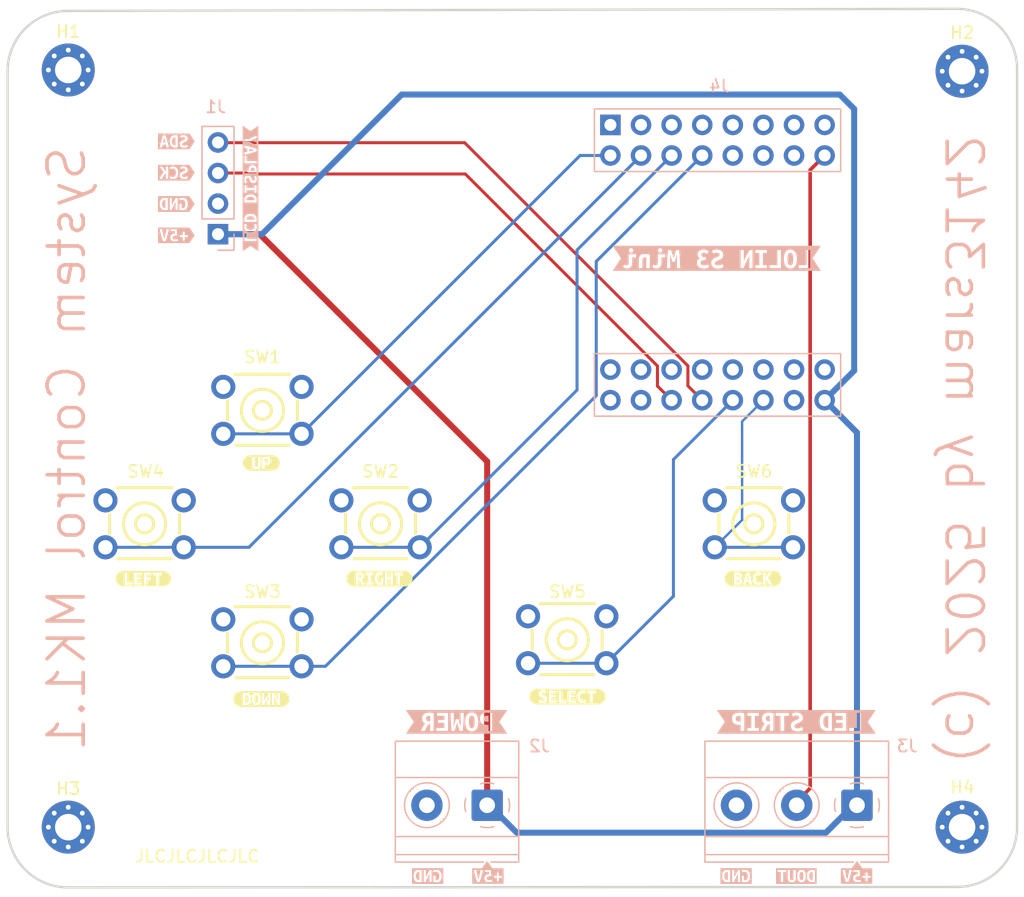
<source format=kicad_pcb>
(kicad_pcb (version 20241229) (generator "pcbnew") (generator_version "9.0")
  (title_block (title "System Control") (date "31.12.2025") (rev "MK1.2") (company "mars3142") (comment 3 "System Control Board for model railway") (comment 4 "Author: Peter Siegmund"))
  (layers (0 "F.Cu" signal) (2 "B.Cu" signal) (13 "F.Paste" user) (15 "B.Paste" user) (5 "F.SilkS" user "F.Silkscreen") (7 "B.SilkS" user "B.Silkscreen") (1 "F.Mask" user) (3 "B.Mask" user) (25 "Edge.Cuts" user))
  (net 0 "")
  (net 1 "SCK")
  (net 2 "+5V")
  (net 3 "GND")
  (net 4 "SDA")
  (net 5 "DOUT")
  (net 17 "UP")
  (net 18 "RIGHT")
  (net 19 "DOWN")
  (net 20 "LEFT")
  (net 21 "SELECT")
  (net 22 "BACK")
  (net 31 "unconnected-(J4-IO7-Pad13)")
  (footprint "kibuzzard-67898229" (layer "F.Cu") (at 92.41945 70.05115)
    (property "Reference" "kibuzzard-67898229" (hide yes))
    (property "Value" "G***" (hide yes))
  )
  (footprint "MountingHole:MountingHole_2.2mm_M2_Pad_Via" (layer "F.Cu") (at 66.5939 90.6919)
    (property "Reference" "H3" (at 0 -3.2 0) (layer "F.SilkS"))
    (property "Value" "MH3")
    (pad "1" thru_hole circle (at -1.65 0) (size 0.7 0.7) (drill 0.4) (layers "*.Cu" "*.Mask") (net 3 "GND"))
    (pad "1" thru_hole circle (at -1.166726 -1.166726) (size 0.7 0.7) (drill 0.4) (layers "*.Cu" "*.Mask") (net 3 "GND"))
    (pad "1" thru_hole circle (at -1.166726 1.166726) (size 0.7 0.7) (drill 0.4) (layers "*.Cu" "*.Mask") (net 3 "GND"))
    (pad "1" thru_hole circle (at 0 -1.65) (size 0.7 0.7) (drill 0.4) (layers "*.Cu" "*.Mask") (net 3 "GND"))
    (pad "1" thru_hole circle (at 0 0) (size 4.4 4.4) (drill 2.2) (layers "*.Cu" "*.Mask") (net 3 "GND"))
    (pad "1" thru_hole circle (at 0 1.65) (size 0.7 0.7) (drill 0.4) (layers "*.Cu" "*.Mask") (net 3 "GND"))
    (pad "1" thru_hole circle (at 1.166726 -1.166726) (size 0.7 0.7) (drill 0.4) (layers "*.Cu" "*.Mask") (net 3 "GND"))
    (pad "1" thru_hole circle (at 1.166726 1.166726) (size 0.7 0.7) (drill 0.4) (layers "*.Cu" "*.Mask") (net 3 "GND"))
    (pad "1" thru_hole circle (at 1.65 0) (size 0.7 0.7) (drill 0.4) (layers "*.Cu" "*.Mask") (net 3 "GND"))
  )
  (footprint "easyeda2kicad:KEY-TH_4P-L6.0-W6.0-P3.90-LS7.8" (layer "F.Cu") (at 82.7072 56.0799)
    (property "Reference" "SW1" (at 0 -4.4288 0) (layer "F.SilkS"))
    (property "Value" "UP")
    (pad "1" thru_hole circle (at -3.25 1.95) (size 2 2) (drill 1.199896) (layers "*.Cu" "*.Mask") (net 17 "UP"))
    (pad "2" thru_hole circle (at 3.25 1.95) (size 2 2) (drill 1.199896) (layers "*.Cu" "*.Mask") (net 17 "UP"))
    (pad "3" thru_hole circle (at 3.25 -1.95) (size 2 2) (drill 1.199896) (layers "*.Cu" "*.Mask") (net 3 "GND"))
    (pad "4" thru_hole circle (at -3.25 -1.95) (size 2 2) (drill 1.199896) (layers "*.Cu" "*.Mask") (net 3 "GND"))
  )
  (footprint "kibuzzard-67898208" (layer "F.Cu") (at 82.61945 60.45115)
    (property "Reference" "kibuzzard-67898208" (hide yes))
    (property "Value" "G***" (hide yes))
  )
  (footprint "kibuzzard-678981FB" (layer "F.Cu") (at 123.41945 70.05115)
    (property "Reference" "kibuzzard-678981FB" (hide yes))
    (property "Value" "G***" (hide yes))
  )
  (footprint "easyeda2kicad:KEY-TH_4P-L6.0-W6.0-P3.90-LS7.8" (layer "F.Cu") (at 72.9272 65.5019)
    (property "Reference" "SW4" (at 0.0923 -4.3508 0) (layer "F.SilkS"))
    (property "Value" "LEFT")
    (pad "1" thru_hole circle (at -3.25 1.95) (size 2 2) (drill 1.199896) (layers "*.Cu" "*.Mask") (net 20 "LEFT"))
    (pad "2" thru_hole circle (at 3.25 1.95) (size 2 2) (drill 1.199896) (layers "*.Cu" "*.Mask") (net 20 "LEFT"))
    (pad "3" thru_hole circle (at 3.25 -1.95) (size 2 2) (drill 1.199896) (layers "*.Cu" "*.Mask") (net 3 "GND"))
    (pad "4" thru_hole circle (at -3.25 -1.95) (size 2 2) (drill 1.199896) (layers "*.Cu" "*.Mask") (net 3 "GND"))
  )
  (footprint "MountingHole:MountingHole_2.2mm_M2_Pad_Via" (layer "F.Cu") (at 66.5939 27.8139)
    (property "Reference" "H1" (at 0 -3.2 0) (layer "F.SilkS"))
    (property "Value" "MH1")
    (pad "1" thru_hole circle (at -1.65 0) (size 0.7 0.7) (drill 0.4) (layers "*.Cu" "*.Mask") (net 3 "GND"))
    (pad "1" thru_hole circle (at -1.166726 -1.166726) (size 0.7 0.7) (drill 0.4) (layers "*.Cu" "*.Mask") (net 3 "GND"))
    (pad "1" thru_hole circle (at -1.166726 1.166726) (size 0.7 0.7) (drill 0.4) (layers "*.Cu" "*.Mask") (net 3 "GND"))
    (pad "1" thru_hole circle (at 0 -1.65) (size 0.7 0.7) (drill 0.4) (layers "*.Cu" "*.Mask") (net 3 "GND"))
    (pad "1" thru_hole circle (at 0 0) (size 4.4 4.4) (drill 2.2) (layers "*.Cu" "*.Mask") (net 3 "GND"))
    (pad "1" thru_hole circle (at 0 1.65) (size 0.7 0.7) (drill 0.4) (layers "*.Cu" "*.Mask") (net 3 "GND"))
    (pad "1" thru_hole circle (at 1.166726 -1.166726) (size 0.7 0.7) (drill 0.4) (layers "*.Cu" "*.Mask") (net 3 "GND"))
    (pad "1" thru_hole circle (at 1.166726 1.166726) (size 0.7 0.7) (drill 0.4) (layers "*.Cu" "*.Mask") (net 3 "GND"))
    (pad "1" thru_hole circle (at 1.65 0) (size 0.7 0.7) (drill 0.4) (layers "*.Cu" "*.Mask") (net 3 "GND"))
  )
  (footprint "easyeda2kicad:KEY-TH_4P-L6.0-W6.0-P3.90-LS7.8" (layer "F.Cu") (at 92.5092 65.5019)
    (property "Reference" "SW2" (at 0 -4.3508 0) (layer "F.SilkS"))
    (property "Value" "RIGHT")
    (pad "1" thru_hole circle (at -3.25 1.95) (size 2 2) (drill 1.199896) (layers "*.Cu" "*.Mask") (net 18 "RIGHT"))
    (pad "2" thru_hole circle (at 3.25 1.95) (size 2 2) (drill 1.199896) (layers "*.Cu" "*.Mask") (net 18 "RIGHT"))
    (pad "3" thru_hole circle (at 3.25 -1.95) (size 2 2) (drill 1.199896) (layers "*.Cu" "*.Mask") (net 3 "GND"))
    (pad "4" thru_hole circle (at -3.25 -1.95) (size 2 2) (drill 1.199896) (layers "*.Cu" "*.Mask") (net 3 "GND"))
  )
  (footprint "kibuzzard-678981DB" (layer "F.Cu") (at 108.01945 79.85115)
    (property "Reference" "kibuzzard-678981DB" (hide yes))
    (property "Value" "G***" (hide yes))
  )
  (footprint "easyeda2kicad:KEY-TH_4P-L6.0-W6.0-P3.90-LS7.8" (layer "F.Cu") (at 82.7072 75.3839)
    (property "Reference" "SW3" (at 0 -4.2328 0) (layer "F.SilkS"))
    (property "Value" "DOWN")
    (pad "1" thru_hole circle (at -3.25 1.95) (size 2 2) (drill 1.199896) (layers "*.Cu" "*.Mask") (net 19 "DOWN"))
    (pad "2" thru_hole circle (at 3.25 1.95) (size 2 2) (drill 1.199896) (layers "*.Cu" "*.Mask") (net 19 "DOWN"))
    (pad "3" thru_hole circle (at 3.25 -1.95) (size 2 2) (drill 1.199896) (layers "*.Cu" "*.Mask") (net 3 "GND"))
    (pad "4" thru_hole circle (at -3.25 -1.95) (size 2 2) (drill 1.199896) (layers "*.Cu" "*.Mask") (net 3 "GND"))
  )
  (footprint "easyeda2kicad:KEY-TH_4P-L6.0-W6.0-P3.90-LS7.8" (layer "F.Cu") (at 123.4972 65.5019)
    (property "Reference" "SW6" (at 0 -4.3508 0) (layer "F.SilkS"))
    (property "Value" "BACK")
    (pad "1" thru_hole circle (at -3.25 1.95) (size 2 2) (drill 1.199896) (layers "*.Cu" "*.Mask") (net 22 "BACK"))
    (pad "2" thru_hole circle (at 3.25 1.95) (size 2 2) (drill 1.199896) (layers "*.Cu" "*.Mask") (net 22 "BACK"))
    (pad "3" thru_hole circle (at 3.25 -1.95) (size 2 2) (drill 1.199896) (layers "*.Cu" "*.Mask") (net 3 "GND"))
    (pad "4" thru_hole circle (at -3.25 -1.95) (size 2 2) (drill 1.199896) (layers "*.Cu" "*.Mask") (net 3 "GND"))
  )
  (footprint "kibuzzard-67898221" (layer "F.Cu") (at 72.81945 70.05115)
    (property "Reference" "kibuzzard-67898221" (hide yes))
    (property "Value" "G***" (hide yes))
  )
  (footprint "MountingHole:MountingHole_2.2mm_M2_Pad_Via" (layer "F.Cu") (at 140.7772 27.9172)
    (property "Reference" "H2" (at 0 -3.2 0) (layer "F.SilkS"))
    (property "Value" "MH2")
    (pad "1" thru_hole circle (at -1.65 0) (size 0.7 0.7) (drill 0.4) (layers "*.Cu" "*.Mask") (net 3 "GND"))
    (pad "1" thru_hole circle (at -1.166726 -1.166726) (size 0.7 0.7) (drill 0.4) (layers "*.Cu" "*.Mask") (net 3 "GND"))
    (pad "1" thru_hole circle (at -1.166726 1.166726) (size 0.7 0.7) (drill 0.4) (layers "*.Cu" "*.Mask") (net 3 "GND"))
    (pad "1" thru_hole circle (at 0 -1.65) (size 0.7 0.7) (drill 0.4) (layers "*.Cu" "*.Mask") (net 3 "GND"))
    (pad "1" thru_hole circle (at 0 0) (size 4.4 4.4) (drill 2.2) (layers "*.Cu" "*.Mask") (net 3 "GND"))
    (pad "1" thru_hole circle (at 0 1.65) (size 0.7 0.7) (drill 0.4) (layers "*.Cu" "*.Mask") (net 3 "GND"))
    (pad "1" thru_hole circle (at 1.166726 -1.166726) (size 0.7 0.7) (drill 0.4) (layers "*.Cu" "*.Mask") (net 3 "GND"))
    (pad "1" thru_hole circle (at 1.166726 1.166726) (size 0.7 0.7) (drill 0.4) (layers "*.Cu" "*.Mask") (net 3 "GND"))
    (pad "1" thru_hole circle (at 1.65 0) (size 0.7 0.7) (drill 0.4) (layers "*.Cu" "*.Mask") (net 3 "GND"))
  )
  (footprint "kibuzzard-67898217" (layer "F.Cu") (at 82.61945 80.05115)
    (property "Reference" "kibuzzard-67898217" (hide yes))
    (property "Value" "G***" (hide yes))
  )
  (footprint "MountingHole:MountingHole_2.2mm_M2_Pad_Via" (layer "F.Cu") (at 140.7772 90.6919)
    (property "Reference" "H4" (at 0.0355 -3.3145 0) (layer "F.SilkS"))
    (property "Value" "MH4")
    (pad "1" thru_hole circle (at -1.65 0) (size 0.7 0.7) (drill 0.4) (layers "*.Cu" "*.Mask") (net 3 "GND"))
    (pad "1" thru_hole circle (at -1.166726 -1.166726) (size 0.7 0.7) (drill 0.4) (layers "*.Cu" "*.Mask") (net 3 "GND"))
    (pad "1" thru_hole circle (at -1.166726 1.166726) (size 0.7 0.7) (drill 0.4) (layers "*.Cu" "*.Mask") (net 3 "GND"))
    (pad "1" thru_hole circle (at 0 -1.65) (size 0.7 0.7) (drill 0.4) (layers "*.Cu" "*.Mask") (net 3 "GND"))
    (pad "1" thru_hole circle (at 0 0) (size 4.4 4.4) (drill 2.2) (layers "*.Cu" "*.Mask") (net 3 "GND"))
    (pad "1" thru_hole circle (at 0 1.65) (size 0.7 0.7) (drill 0.4) (layers "*.Cu" "*.Mask") (net 3 "GND"))
    (pad "1" thru_hole circle (at 1.166726 -1.166726) (size 0.7 0.7) (drill 0.4) (layers "*.Cu" "*.Mask") (net 3 "GND"))
    (pad "1" thru_hole circle (at 1.166726 1.166726) (size 0.7 0.7) (drill 0.4) (layers "*.Cu" "*.Mask") (net 3 "GND"))
    (pad "1" thru_hole circle (at 1.65 0) (size 0.7 0.7) (drill 0.4) (layers "*.Cu" "*.Mask") (net 3 "GND"))
  )
  (footprint "easyeda2kicad:KEY-TH_4P-L6.0-W6.0-P3.90-LS7.8" (layer "F.Cu") (at 108.0032 75.1299)
    (property "Reference" "SW5" (at 0.0163 -3.9788 0) (layer "F.SilkS"))
    (property "Value" "SELECT")
    (pad "1" thru_hole circle (at -3.25 1.95) (size 2 2) (drill 1.199896) (layers "*.Cu" "*.Mask") (net 21 "SELECT"))
    (pad "2" thru_hole circle (at 3.25 1.95) (size 2 2) (drill 1.199896) (layers "*.Cu" "*.Mask") (net 21 "SELECT"))
    (pad "3" thru_hole circle (at 3.25 -1.95) (size 2 2) (drill 1.199896) (layers "*.Cu" "*.Mask") (net 3 "GND"))
    (pad "4" thru_hole circle (at -3.25 -1.95) (size 2 2) (drill 1.199896) (layers "*.Cu" "*.Mask") (net 3 "GND"))
  )
  (footprint "TerminalBlock_Phoenix:TerminalBlock_Phoenix_MKDS-1,5-3_1x03_P5.00mm_Horizontal" (layer "B.Cu") (at 132.0532 88.8709 180)
    (property "Reference" "J3" (at -4.16625 4.91975 0) (layer "B.SilkS") (effects (justify mirror)))
    (property "Value" "Output")
    (pad "1" thru_hole roundrect (at 0 0 180) (size 2.6 2.6) (drill 1.3) (layers "*.Cu" "*.Mask") (roundrect_rratio 0.096154) (net 2 "+5V"))
    (pad "2" thru_hole circle (at 5 0 180) (size 2.6 2.6) (drill 1.3) (layers "*.Cu" "*.Mask") (net 5 "DOUT"))
    (pad "3" thru_hole circle (at 10 0 180) (size 2.6 2.6) (drill 1.3) (layers "*.Cu" "*.Mask") (net 3 "GND"))
  )
  (footprint "kibuzzard-678980A4" (layer "B.Cu") (at 101.41945 94.75115 180)
    (property "Reference" "kibuzzard-678980A4" (hide yes))
    (property "Value" "G***" (hide yes))
  )
  (footprint "kibuzzard-67898074" (layer "B.Cu") (at 75.5642 38.9434 180)
    (property "Reference" "kibuzzard-67898074" (hide yes))
    (property "Value" "G***" (hide yes))
  )
  (footprint "kibuzzard-678980E8" (layer "B.Cu") (at 127.01945 94.75115 180)
    (property "Reference" "kibuzzard-678980E8" (hide yes))
    (property "Value" "G***" (hide yes))
  )
  (footprint "wemos:PinSocket_S3 Mini" (layer "B.Cu") (at 120.54345 44.0708 -90)
    (property "Reference" "J4" (at -14.91965 -0.11175 0) (layer "B.SilkS") (effects (justify mirror)))
    (property "Value" "Conn_S3 Mini")
    (pad "1" thru_hole rect (at -11.696 8.954 270) (size 1.7 1.7) (drill oval 1) (layers "*.Cu" "*.Mask"))
    (pad "2" thru_hole oval (at -11.696 6.414 270) (size 1.7 1.7) (drill 1) (layers "*.Cu" "*.Mask"))
    (pad "3" thru_hole oval (at -11.696 3.874 270) (size 1.7 1.7) (drill 1) (layers "*.Cu" "*.Mask"))
    (pad "4" thru_hole oval (at -11.696 1.334 270) (size 1.7 1.7) (drill 1) (layers "*.Cu" "*.Mask"))
    (pad "5" thru_hole oval (at -11.696 -1.206 270) (size 1.7 1.7) (drill 1) (layers "*.Cu" "*.Mask"))
    (pad "6" thru_hole oval (at -11.696 -3.746 270) (size 1.7 1.7) (drill 1) (layers "*.Cu" "*.Mask"))
    (pad "7" thru_hole oval (at -11.696 -6.286 270) (size 1.7 1.7) (drill 1) (layers "*.Cu" "*.Mask"))
    (pad "8" thru_hole oval (at -11.696 -8.826 270) (size 1.7 1.7) (drill 1) (layers "*.Cu" "*.Mask"))
    (pad "9" thru_hole oval (at -9.156 8.954 270) (size 1.7 1.7) (drill 1) (layers "*.Cu" "*.Mask") (net 17 "UP"))
    (pad "10" thru_hole oval (at -9.156 6.414 270) (size 1.7 1.7) (drill 1) (layers "*.Cu" "*.Mask") (net 20 "LEFT"))
    (pad "11" thru_hole oval (at -9.156 3.874 270) (size 1.7 1.7) (drill 1) (layers "*.Cu" "*.Mask") (net 18 "RIGHT"))
    (pad "12" thru_hole oval (at -9.156 1.334 270) (size 1.7 1.7) (drill 1) (layers "*.Cu" "*.Mask") (net 19 "DOWN"))
    (pad "13" thru_hole oval (at -9.156 -1.206 270) (size 1.7 1.7) (drill 1) (layers "*.Cu" "*.Mask") (net 31 "unconnected-(J4-IO7-Pad13)"))
    (pad "14" thru_hole oval (at -9.156 -3.746 270) (size 1.7 1.7) (drill 1) (layers "*.Cu" "*.Mask"))
    (pad "15" thru_hole oval (at -9.156 -6.286 270) (size 1.7 1.7) (drill 1) (layers "*.Cu" "*.Mask"))
    (pad "16" thru_hole oval (at -9.156 -8.826 270) (size 1.7 1.7) (drill 1) (layers "*.Cu" "*.Mask") (net 5 "DOUT"))
    (pad "17" thru_hole oval (at 8.624 8.954 270) (size 1.7 1.7) (drill 1) (layers "*.Cu" "*.Mask"))
    (pad "18" thru_hole oval (at 8.624 6.414 270) (size 1.7 1.7) (drill 1) (layers "*.Cu" "*.Mask"))
    (pad "19" thru_hole oval (at 8.624 3.874 270) (size 1.7 1.7) (drill 1) (layers "*.Cu" "*.Mask"))
    (pad "20" thru_hole oval (at 8.624 1.334 270) (size 1.7 1.7) (drill 1) (layers "*.Cu" "*.Mask"))
    (pad "21" thru_hole oval (at 8.624 -1.206 270) (size 1.7 1.7) (drill 1) (layers "*.Cu" "*.Mask"))
    (pad "22" thru_hole oval (at 8.624 -3.746 270) (size 1.7 1.7) (drill 1) (layers "*.Cu" "*.Mask"))
    (pad "23" thru_hole oval (at 8.624 -6.286 270) (size 1.7 1.7) (drill 1) (layers "*.Cu" "*.Mask") (net 3 "GND"))
    (pad "24" thru_hole oval (at 8.624 -8.826 270) (size 1.7 1.7) (drill 1) (layers "*.Cu" "*.Mask"))
    (pad "25" thru_hole oval (at 11.164 8.954 270) (size 1.7 1.7) (drill 1) (layers "*.Cu" "*.Mask"))
    (pad "26" thru_hole oval (at 11.164 6.414 270) (size 1.7 1.7) (drill 1) (layers "*.Cu" "*.Mask"))
    (pad "27" thru_hole oval (at 11.164 3.874 270) (size 1.7 1.7) (drill 1) (layers "*.Cu" "*.Mask") (net 1 "SCK"))
    (pad "28" thru_hole oval (at 11.164 1.334 270) (size 1.7 1.7) (drill 1) (layers "*.Cu" "*.Mask") (net 4 "SDA"))
    (pad "29" thru_hole oval (at 11.164 -1.206 270) (size 1.7 1.7) (drill 1) (layers "*.Cu" "*.Mask") (net 21 "SELECT"))
    (pad "30" thru_hole oval (at 11.164 -3.746 270) (size 1.7 1.7) (drill 1) (layers "*.Cu" "*.Mask") (net 22 "BACK"))
    (pad "31" thru_hole oval (at 11.164 -6.286 270) (size 1.7 1.7) (drill 1) (layers "*.Cu" "*.Mask") (net 3 "GND"))
    (pad "32" thru_hole oval (at 11.164 -8.826 270) (size 1.7 1.7) (drill 1) (layers "*.Cu" "*.Mask") (net 2 "+5V"))
  )
  (footprint "kibuzzard-67897FC0" (layer "B.Cu") (at 120.41945 43.45115 180)
    (property "Reference" "kibuzzard-67897FC0" (hide yes))
    (property "Value" "G***" (hide yes))
  )
  (footprint "kibuzzard-678A131B" (layer "B.Cu") (at 98.81945 81.95115 180)
    (property "Reference" "kibuzzard-678A131B" (hide yes))
    (property "Value" "G***" (hide yes))
  )
  (footprint "kibuzzard-678A1323" (layer "B.Cu") (at 127.01945 81.95115 180)
    (property "Reference" "kibuzzard-678A1323" (hide yes))
    (property "Value" "G***" (hide yes))
  )
  (footprint "kibuzzard-67898040" (layer "B.Cu") (at 75.5642 33.7434 180)
    (property "Reference" "kibuzzard-67898040" (hide yes))
    (property "Value" "G***" (hide yes))
  )
  (footprint "Connector_PinSocket_2.54mm:PinSocket_1x04_P2.54mm_Vertical" (layer "B.Cu") (at 79.01945 41.45115)
    (property "Reference" "J1" (at -0.2 -10.58 0) (layer "B.SilkS") (effects (justify mirror)))
    (property "Value" "Female Header" (hide yes))
    (pad "1" thru_hole rect (at 0 0) (size 1.7 1.7) (drill 1) (layers "*.Cu" "*.Mask") (net 2 "+5V"))
    (pad "2" thru_hole oval (at 0 -2.54) (size 1.7 1.7) (drill 1) (layers "*.Cu" "*.Mask") (net 3 "GND"))
    (pad "3" thru_hole oval (at 0 -5.08) (size 1.7 1.7) (drill 1) (layers "*.Cu" "*.Mask") (net 1 "SCK"))
    (pad "4" thru_hole oval (at 0 -7.62) (size 1.7 1.7) (drill 1) (layers "*.Cu" "*.Mask") (net 4 "SDA"))
  )
  (footprint "kibuzzard-67898062" (layer "B.Cu") (at 75.5642 36.3434 180)
    (property "Reference" "kibuzzard-67898062" (hide yes))
    (property "Value" "G***" (hide yes))
  )
  (footprint "kibuzzard-67E5658B" (layer "B.Cu") (at 81.71945 37.65115 90)
    (property "Reference" "kibuzzard-67E5658B" (hide yes))
    (property "Value" "G***" (hide yes))
  )
  (footprint "kibuzzard-67898084" (layer "B.Cu") (at 75.5642 41.5434 180)
    (property "Reference" "kibuzzard-67898084" (hide yes))
    (property "Value" "G***" (hide yes))
  )
  (footprint "kibuzzard-678A1332" (layer "B.Cu") (at 96.41945 94.75115 180)
    (property "Reference" "kibuzzard-678A1332" (hide yes))
    (property "Value" "G***" (hide yes))
  )
  (footprint "kibuzzard-67898102" (layer "B.Cu") (at 132.01945 94.75115 180)
    (property "Reference" "kibuzzard-67898102" (hide yes))
    (property "Value" "G***" (hide yes))
  )
  (footprint "TerminalBlock_Phoenix:TerminalBlock_Phoenix_MKDS-1,5-2_1x02_P5.00mm_Horizontal" (layer "B.Cu") (at 101.3592 88.8709 180)
    (property "Reference" "J2" (at -4.33525 4.91975 0) (layer "B.SilkS") (effects (justify mirror)))
    (property "Value" "Input")
    (pad "1" thru_hole roundrect (at 0 0 180) (size 2.6 2.6) (drill 1.3) (layers "*.Cu" "*.Mask") (roundrect_rratio 0.096154) (net 2 "+5V"))
    (pad "2" thru_hole circle (at 5 0 180) (size 2.6 2.6) (drill 1.3) (layers "*.Cu" "*.Mask") (net 3 "GND"))
  )
  (footprint "kibuzzard-678980F4" (layer "B.Cu") (at 122.01945 94.75115 180)
    (property "Reference" "kibuzzard-678980F4" (hide yes))
    (property "Value" "G***" (hide yes))
  )
  (gr_line (start 66.5571 22.909274) (end 140.3411 22.734) (stroke (width 0.2)) (layer "Edge.Cuts"))
  (gr_line (start 66.5571 95.692) (end 140.341101 95.656339) (stroke (width 0.2)) (layer "Edge.Cuts"))
  (gr_arc (start 145.3411 90.692) (mid 143.874473 94.214975) (end 140.341101 95.656339) (stroke (width 0.2)) (layer "Edge.Cuts"))
  (gr_line (start 145.3411 27.734) (end 145.3411 90.692) (stroke (width 0.2)) (layer "Edge.Cuts"))
  (gr_arc (start 140.3411 22.734) (mid 143.876649 24.198451) (end 145.3411 27.734) (stroke (width 0.2)) (layer "Edge.Cuts"))
  (gr_line (start 61.5571 90.692) (end 61.5571 27.909274) (stroke (width 0.2)) (layer "Edge.Cuts"))
  (gr_arc (start 61.5571 27.909274) (mid 63.021565 24.373741) (end 66.5571 22.909274) (stroke (width 0.2)) (layer "Edge.Cuts"))
  (gr_arc (start 66.5571 95.692) (mid 63.021566 94.227534) (end 61.5571 90.692) (stroke (width 0.2)) (layer "Edge.Cuts"))
  (gr_text "JLCJLCJLCJLC" (at 72.0571 93.692 0) (layer "F.SilkS") (effects (font (size 1 1)) (justify left bottom)))
  (gr_text "(c) 2025 by mars3142" (at 139.1586 59.304649 270) (layer "B.SilkS") (effects (font (size 3 3) (thickness 0.3) (bold yes)) (justify bottom mirror)))
  (gr_text "System Control MK1.1" (at 68.212326 59.282807 90) (layer "B.SilkS") (effects (font (size 3 3) (thickness 0.3)) (justify bottom mirror)))
  (segment (start 81.45445 36.45115) (end 99.548916 36.45115) (width 0.25) (layer "F.Cu") (net 1))
  (segment (start 81.37445 36.37115) (end 81.45445 36.45115) (width 0.25) (layer "F.Cu") (net 1))
  (segment (start 115.49345 52.395684) (end 115.49345 54.0588) (width 0.25) (layer "F.Cu") (net 1))
  (segment (start 79.01945 36.37115) (end 81.37445 36.37115) (width 0.25) (layer "F.Cu") (net 1))
  (segment (start 99.548916 36.45115) (end 115.49345 52.395684) (width 0.25) (layer "F.Cu") (net 1))
  (segment (start 115.49345 54.0588) (end 116.66945 55.2348) (width 0.25) (layer "F.Cu") (net 1))
  (segment (start 79.01945 41.45115) (end 82.482838 41.45115) (width 0.5) (layer "F.Cu") (net 2))
  (segment (start 101.3592 60.327512) (end 101.3592 88.6919) (width 0.5) (layer "F.Cu") (net 2))
  (segment (start 79.01945 41.58815) (end 79.01945 41.45115) (width 0.5) (layer "F.Cu") (net 2))
  (segment (start 82.482838 41.45115) (end 101.3592 60.327512) (width 0.5) (layer "F.Cu") (net 2))
  (segment (start 94.27195 29.85115) (end 82.67195 41.45115) (width 0.5) (layer "B.Cu") (net 2))
  (segment (start 132.0532 88.5709) (end 132.0532 57.91855) (width 0.5) (layer "B.Cu") (net 2))
  (segment (start 132.0532 57.91855) (end 129.36945 55.2348) (width 0.5) (layer "B.Cu") (net 2))
  (segment (start 129.47295 91.15115) (end 132.0532 88.5709) (width 0.5) (layer "B.Cu") (net 2))
  (segment (start 103.81845 91.15115) (end 129.47295 91.15115) (width 0.5) (layer "B.Cu") (net 2))
  (segment (start 129.36945 55.2348) (end 131.81945 52.7848) (width 0.5) (layer "B.Cu") (net 2))
  (segment (start 130.61945 29.85115) (end 94.27195 29.85115) (width 0.5) (layer "B.Cu") (net 2))
  (segment (start 131.81945 31.05115) (end 130.61945 29.85115) (width 0.5) (layer "B.Cu") (net 2))
  (segment (start 101.3592 88.6919) (end 103.81845 91.15115) (width 0.5) (layer "B.Cu") (net 2))
  (segment (start 82.67195 41.45115) (end 79.01945 41.45115) (width 0.5) (layer "B.Cu") (net 2))
  (segment (start 131.81945 52.7848) (end 131.81945 31.05115) (width 0.5) (layer "B.Cu") (net 2))
  (segment (start 118.01945 54.0448) (end 119.20945 55.2348) (width 0.25) (layer "F.Cu") (net 4))
  (segment (start 99.488916 33.85115) (end 118.01945 52.381684) (width 0.25) (layer "F.Cu") (net 4))
  (segment (start 118.01945 52.381684) (end 118.01945 54.0448) (width 0.25) (layer "F.Cu") (net 4))
  (segment (start 79.03945 33.85115) (end 99.488916 33.85115) (width 0.25) (layer "F.Cu") (net 4))
  (segment (start 79.01945 33.83115) (end 79.03945 33.85115) (width 0.25) (layer "F.Cu") (net 4))
  (segment (start 127.0532 88.5709) (end 128.16845 87.45565) (width 0.3) (layer "F.Cu") (net 5))
  (segment (start 128.16845 87.45565) (end 128.16845 36.1158) (width 0.3) (layer "F.Cu") (net 5))
  (segment (start 128.16845 36.1158) (end 129.36945 34.9148) (width 0.3) (layer "F.Cu") (net 5))
  (segment (start 129.2892 34.9148) (end 129.36945 34.9148) (width 0.2) (layer "B.Cu") (net 5))
  (segment (start 109.0723 34.9148) (end 111.58945 34.9148) (width 0.25) (layer "B.Cu") (net 17))
  (segment (start 85.9572 58.0299) (end 109.0723 34.9148) (width 0.25) (layer "B.Cu") (net 17))
  (segment (start 79.4572 58.0299) (end 85.9572 58.0299) (width 0.25) (layer "B.Cu") (net 17))
  (segment (start 89.2592 67.4519) (end 95.7592 67.4519) (width 0.25) (layer "B.Cu") (net 18))
  (segment (start 108.81945 42.7648) (end 116.66945 34.9148) (width 0.25) (layer "B.Cu") (net 18))
  (segment (start 108.81945 54.39165) (end 108.81945 42.7648) (width 0.25) (layer "B.Cu") (net 18))
  (segment (start 95.7592 67.4519) (end 108.81945 54.39165) (width 0.25) (layer "B.Cu") (net 18))
  (segment (start 110.41345 43.7108) (end 110.41345 54.85715) (width 0.25) (layer "B.Cu") (net 19))
  (segment (start 79.4572 77.3339) (end 85.9572 77.3339) (width 0.25) (layer "B.Cu") (net 19))
  (segment (start 119.20945 34.9148) (end 110.41345 43.7108) (width 0.25) (layer "B.Cu") (net 19))
  (segment (start 87.9367 77.3339) (end 85.9572 77.3339) (width 0.25) (layer "B.Cu") (net 19))
  (segment (start 110.41345 54.85715) (end 87.9367 77.3339) (width 0.25) (layer "B.Cu") (net 19))
  (segment (start 81.59235 67.4519) (end 76.1772 67.4519) (width 0.25) (layer "B.Cu") (net 20))
  (segment (start 69.6772 67.4519) (end 76.1772 67.4519) (width 0.25) (layer "B.Cu") (net 20))
  (segment (start 114.12945 34.9148) (end 81.59235 67.4519) (width 0.25) (layer "B.Cu") (net 20))
  (segment (start 116.81945 71.51365) (end 111.2532 77.0799) (width 0.25) (layer "B.Cu") (net 21))
  (segment (start 116.81945 60.1648) (end 116.81945 71.51365) (width 0.25) (layer "B.Cu") (net 21))
  (segment (start 104.7532 77.0799) (end 111.2532 77.0799) (width 0.25) (layer "B.Cu") (net 21))
  (segment (start 121.74945 55.2348) (end 116.81945 60.1648) (width 0.25) (layer "B.Cu") (net 21))
  (segment (start 120.2472 67.4519) (end 122.51945 65.17965) (width 0.2) (layer "B.Cu") (net 22))
  (segment (start 120.2472 67.4519) (end 126.7472 67.4519) (width 0.25) (layer "B.Cu") (net 22))
  (segment (start 122.51945 65.17965) (end 122.51945 57.0048) (width 0.2) (layer "B.Cu") (net 22))
  (segment (start 122.51945 57.0048) (end 124.28945 55.2348) (width 0.2) (layer "B.Cu") (net 22))
  (segment (start 121.6137 34.9148) (end 121.2558 34.9148) (width 0.2) (layer "B.Cu") (net 31))
)
</source>
